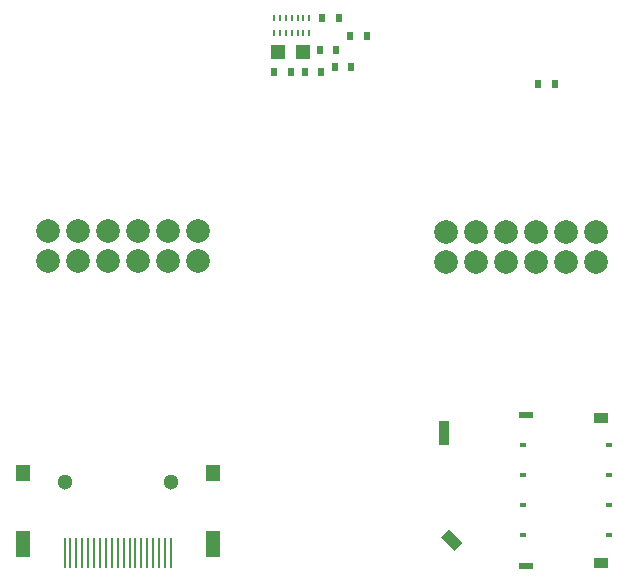
<source format=gbr>
G04 #@! TF.GenerationSoftware,KiCad,Pcbnew,5.0.2+dfsg1-1*
G04 #@! TF.CreationDate,2019-08-26T09:35:30+01:00*
G04 #@! TF.ProjectId,HDMI_SD_expansion,48444d49-5f53-4445-9f65-7870616e7369,rev?*
G04 #@! TF.SameCoordinates,Original*
G04 #@! TF.FileFunction,Copper,L1,Top*
G04 #@! TF.FilePolarity,Positive*
%FSLAX46Y46*%
G04 Gerber Fmt 4.6, Leading zero omitted, Abs format (unit mm)*
G04 Created by KiCad (PCBNEW 5.0.2+dfsg1-1) date Mon 26 Aug 2019 09:35:30 BST*
%MOMM*%
%LPD*%
G01*
G04 APERTURE LIST*
G04 #@! TA.AperFunction,SMDPad,CuDef*
%ADD10R,0.600000X0.800000*%
G04 #@! TD*
G04 #@! TA.AperFunction,SMDPad,CuDef*
%ADD11R,1.200000X1.200000*%
G04 #@! TD*
G04 #@! TA.AperFunction,SMDPad,CuDef*
%ADD12R,0.200000X0.500000*%
G04 #@! TD*
G04 #@! TA.AperFunction,SMDPad,CuDef*
%ADD13R,0.280000X2.600000*%
G04 #@! TD*
G04 #@! TA.AperFunction,SMDPad,CuDef*
%ADD14R,1.300000X2.200000*%
G04 #@! TD*
G04 #@! TA.AperFunction,SMDPad,CuDef*
%ADD15R,1.300000X1.400000*%
G04 #@! TD*
G04 #@! TA.AperFunction,ViaPad*
%ADD16C,1.300000*%
G04 #@! TD*
G04 #@! TA.AperFunction,SMDPad,CuDef*
%ADD17R,0.600000X0.450000*%
G04 #@! TD*
G04 #@! TA.AperFunction,SMDPad,CuDef*
%ADD18R,1.200000X0.890000*%
G04 #@! TD*
G04 #@! TA.AperFunction,SMDPad,CuDef*
%ADD19R,1.200000X0.520000*%
G04 #@! TD*
G04 #@! TA.AperFunction,SMDPad,CuDef*
%ADD20R,0.940000X2.100000*%
G04 #@! TD*
G04 #@! TA.AperFunction,SMDPad,CuDef*
%ADD21C,0.940000*%
G04 #@! TD*
G04 #@! TA.AperFunction,Conductor*
%ADD22C,0.100000*%
G04 #@! TD*
G04 #@! TA.AperFunction,ComponentPad*
%ADD23C,2.000000*%
G04 #@! TD*
G04 APERTURE END LIST*
D10*
G04 #@! TO.P,R7,2*
G04 #@! TO.N,/DAT2*
X141975001Y-80455001D03*
G04 #@! TO.P,R7,1*
G04 #@! TO.N,+3V3*
X140575001Y-80455001D03*
G04 #@! TD*
G04 #@! TO.P,R6,1*
G04 #@! TO.N,+3V3*
X141875001Y-77805001D03*
G04 #@! TO.P,R6,2*
G04 #@! TO.N,/SS*
X143275001Y-77805001D03*
G04 #@! TD*
G04 #@! TO.P,R5,2*
G04 #@! TO.N,/MOSI*
X139425001Y-80895001D03*
G04 #@! TO.P,R5,1*
G04 #@! TO.N,+3V3*
X138025001Y-80895001D03*
G04 #@! TD*
G04 #@! TO.P,R4,1*
G04 #@! TO.N,+3V3*
X157800000Y-81900000D03*
G04 #@! TO.P,R4,2*
G04 #@! TO.N,/SCK*
X159200000Y-81900000D03*
G04 #@! TD*
G04 #@! TO.P,R3,2*
G04 #@! TO.N,/MISO*
X140725001Y-78985001D03*
G04 #@! TO.P,R3,1*
G04 #@! TO.N,+3V3*
X139325001Y-78985001D03*
G04 #@! TD*
G04 #@! TO.P,R2,1*
G04 #@! TO.N,+3V3*
X135475001Y-80895001D03*
G04 #@! TO.P,R2,2*
G04 #@! TO.N,/DAT1*
X136875001Y-80895001D03*
G04 #@! TD*
G04 #@! TO.P,R1,2*
G04 #@! TO.N,/CD*
X140925001Y-76335001D03*
G04 #@! TO.P,R1,1*
G04 #@! TO.N,+3V3*
X139525001Y-76335001D03*
G04 #@! TD*
D11*
G04 #@! TO.P,C1,2*
G04 #@! TO.N,GND*
X137875001Y-79205001D03*
G04 #@! TO.P,C1,1*
G04 #@! TO.N,+3V3*
X135775001Y-79205001D03*
G04 #@! TD*
D12*
G04 #@! TO.P,D1,14*
G04 #@! TO.N,/DAT2*
X135425001Y-76300001D03*
G04 #@! TO.P,D1,1*
G04 #@! TO.N,N/C*
X135425001Y-77550001D03*
G04 #@! TO.P,D1,13*
G04 #@! TO.N,/SS*
X135925001Y-76300001D03*
G04 #@! TO.P,D1,2*
G04 #@! TO.N,N/C*
X135925001Y-77550001D03*
G04 #@! TO.P,D1,12*
G04 #@! TO.N,/MOSI*
X136425001Y-76300001D03*
G04 #@! TO.P,D1,3*
G04 #@! TO.N,N/C*
X136425001Y-77550001D03*
G04 #@! TO.P,D1,11*
G04 #@! TO.N,/SCK*
X136925001Y-76300001D03*
G04 #@! TO.P,D1,4*
G04 #@! TO.N,N/C*
X136925001Y-77550001D03*
G04 #@! TO.P,D1,10*
G04 #@! TO.N,GND*
X137425001Y-76300001D03*
G04 #@! TO.P,D1,5*
X137425001Y-77550001D03*
G04 #@! TO.P,D1,9*
G04 #@! TO.N,/MISO*
X137925001Y-76300001D03*
G04 #@! TO.P,D1,6*
G04 #@! TO.N,N/C*
X137925001Y-77550001D03*
G04 #@! TO.P,D1,8*
G04 #@! TO.N,/DAT1*
X138425001Y-76300001D03*
G04 #@! TO.P,D1,7*
G04 #@! TO.N,N/C*
X138425001Y-77550001D03*
G04 #@! TD*
D13*
G04 #@! TO.P,J4,10*
G04 #@! TO.N,/TDMS_CLK_P*
X122200000Y-121560000D03*
G04 #@! TO.P,J4,9*
G04 #@! TO.N,/TDMS_D0_N*
X121700000Y-121560000D03*
G04 #@! TO.P,J4,8*
G04 #@! TO.N,GND*
X121200000Y-121560000D03*
G04 #@! TO.P,J4,7*
G04 #@! TO.N,/TDMS_D0_P*
X120700000Y-121560000D03*
G04 #@! TO.P,J4,6*
G04 #@! TO.N,/TDMS_D1_N*
X120200000Y-121560000D03*
G04 #@! TO.P,J4,5*
G04 #@! TO.N,GND*
X119700000Y-121560000D03*
G04 #@! TO.P,J4,4*
G04 #@! TO.N,/TDMS_D1_P*
X119200000Y-121560000D03*
G04 #@! TO.P,J4,3*
G04 #@! TO.N,/TDMS_D2_N*
X118700000Y-121560000D03*
G04 #@! TO.P,J4,2*
G04 #@! TO.N,GND*
X118200000Y-121560000D03*
G04 #@! TO.P,J4,1*
G04 #@! TO.N,/TDMS_D2_P*
X117700000Y-121560000D03*
G04 #@! TO.P,J4,11*
G04 #@! TO.N,GND*
X122700000Y-121560000D03*
G04 #@! TO.P,J4,12*
G04 #@! TO.N,/TDMS_CLK_N*
X123200000Y-121560000D03*
G04 #@! TO.P,J4,13*
G04 #@! TO.N,GND*
X123700000Y-121560000D03*
G04 #@! TO.P,J4,14*
G04 #@! TO.N,/NC*
X124200000Y-121560000D03*
G04 #@! TO.P,J4,15*
X124700000Y-121560000D03*
G04 #@! TO.P,J4,16*
X125200000Y-121560000D03*
G04 #@! TO.P,J4,17*
G04 #@! TO.N,GND*
X125700000Y-121560000D03*
G04 #@! TO.P,J4,18*
G04 #@! TO.N,+5V*
X126200000Y-121560000D03*
G04 #@! TO.P,J4,19*
G04 #@! TO.N,/NC*
X126700000Y-121560000D03*
D14*
G04 #@! TO.P,J4,SH*
G04 #@! TO.N,GND*
X114150000Y-120800000D03*
X130250000Y-120800000D03*
D15*
X130250000Y-114840000D03*
X114150000Y-114840000D03*
D16*
G04 #@! TD*
G04 #@! TO.N,*
G04 #@! TO.C,J4*
X117700000Y-115600000D03*
G04 #@! TO.N,*
G04 #@! TO.C,J4*
X126700000Y-115600000D03*
G04 #@! TD*
D17*
G04 #@! TO.P,J2,6*
G04 #@! TO.N,GND*
X156500000Y-115030000D03*
G04 #@! TO.P,J2,7*
G04 #@! TO.N,/MISO*
X156500000Y-117570000D03*
G04 #@! TO.P,J2,5*
G04 #@! TO.N,/SCK*
X156500000Y-112490000D03*
G04 #@! TO.P,J2,8*
G04 #@! TO.N,/DAT1*
X156500000Y-120110000D03*
G04 #@! TO.P,J2,4*
G04 #@! TO.N,+3V3*
X163760000Y-120110000D03*
G04 #@! TO.P,J2,3*
G04 #@! TO.N,/MOSI*
X163760000Y-117570000D03*
G04 #@! TO.P,J2,2*
G04 #@! TO.N,/SS*
X163760000Y-115030000D03*
G04 #@! TO.P,J2,1*
G04 #@! TO.N,/DAT2*
X163760000Y-112490000D03*
D18*
G04 #@! TO.P,J2,9*
G04 #@! TO.N,/CD*
X163150000Y-122425000D03*
D19*
X156760000Y-122700000D03*
X156760000Y-109900000D03*
D18*
X163150000Y-110175000D03*
D20*
X149800000Y-111420000D03*
D21*
X150480000Y-120490000D03*
D22*
G04 #@! TD*
G04 #@! TO.N,/CD*
G04 #@! TO.C,J2*
G36*
X149581974Y-120256655D02*
X150246655Y-119591974D01*
X151378026Y-120723345D01*
X150713345Y-121388026D01*
X149581974Y-120256655D01*
X149581974Y-120256655D01*
G37*
D23*
G04 #@! TO.P,J3,2*
G04 #@! TO.N,/TDMS_D0_P*
X116300000Y-94360000D03*
G04 #@! TO.P,J3,4*
G04 #@! TO.N,/TDMS_D0_N*
X118840000Y-94360000D03*
G04 #@! TO.P,J3,6*
G04 #@! TO.N,/TDMS_D1_P*
X121380000Y-94360000D03*
G04 #@! TO.P,J3,8*
G04 #@! TO.N,/TDMS_D1_N*
X123920000Y-94360000D03*
G04 #@! TO.P,J3,10*
G04 #@! TO.N,GND*
X126460000Y-94360000D03*
G04 #@! TO.P,J3,12*
G04 #@! TO.N,+5V*
X129000000Y-94360000D03*
G04 #@! TO.P,J3,11*
X129000000Y-96900000D03*
G04 #@! TO.P,J3,9*
G04 #@! TO.N,GND*
X126460000Y-96900000D03*
G04 #@! TO.P,J3,7*
G04 #@! TO.N,/TDMS_CLK_N*
X123920000Y-96900000D03*
G04 #@! TO.P,J3,5*
G04 #@! TO.N,/TDMS_CLK_P*
X121380000Y-96900000D03*
G04 #@! TO.P,J3,3*
G04 #@! TO.N,/TDMS_D2_N*
X118840000Y-96900000D03*
G04 #@! TO.P,J3,1*
G04 #@! TO.N,/TDMS_D2_P*
X116300000Y-96900000D03*
G04 #@! TD*
G04 #@! TO.P,J1,1*
G04 #@! TO.N,/SS*
X150000000Y-97000000D03*
G04 #@! TO.P,J1,3*
G04 #@! TO.N,/MOSI*
X152540000Y-97000000D03*
G04 #@! TO.P,J1,5*
G04 #@! TO.N,/MISO*
X155080000Y-97000000D03*
G04 #@! TO.P,J1,7*
G04 #@! TO.N,/SCK*
X157620000Y-97000000D03*
G04 #@! TO.P,J1,9*
G04 #@! TO.N,GND*
X160160000Y-97000000D03*
G04 #@! TO.P,J1,11*
G04 #@! TO.N,+5V*
X162700000Y-97000000D03*
G04 #@! TO.P,J1,12*
X162700000Y-94460000D03*
G04 #@! TO.P,J1,10*
G04 #@! TO.N,GND*
X160160000Y-94460000D03*
G04 #@! TO.P,J1,8*
G04 #@! TO.N,/TDMS_D1_N*
X157620000Y-94460000D03*
G04 #@! TO.P,J1,6*
G04 #@! TO.N,/TDMS_D1_P*
X155080000Y-94460000D03*
G04 #@! TO.P,J1,4*
G04 #@! TO.N,/SCK*
X152540000Y-94460000D03*
G04 #@! TO.P,J1,2*
G04 #@! TO.N,/MOSI*
X150000000Y-94460000D03*
G04 #@! TD*
M02*

</source>
